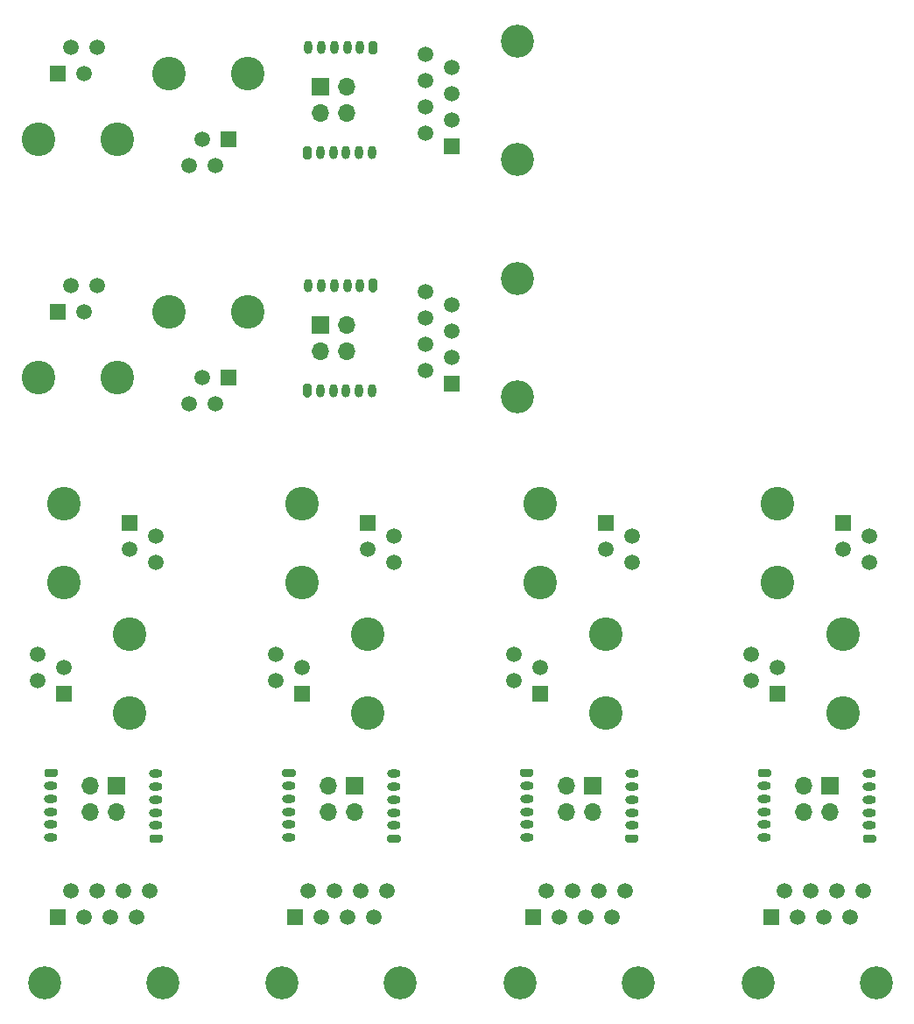
<source format=gts>
%MOIN*%
%OFA0B0*%
%FSLAX46Y46*%
%IPPOS*%
%LPD*%
%ADD10C,0.12598425196850396*%
%ADD11R,0.059055118110236227X0.059055118110236227*%
%ADD12C,0.059055118110236227*%
%ADD13R,0.066929133858267723X0.066929133858267723*%
%ADD14O,0.066929133858267723X0.066929133858267723*%
%ADD15O,0.051181102362204731X0.031496062992125991*%
%ADD16C,0.12795275590551181*%
%ADD17C,0.059842519685039376*%
%ADD18R,0.059842519685039376X0.059842519685039376*%
%ADD29C,0.12598425196850396*%
%ADD30R,0.059055118110236227X0.059055118110236227*%
%ADD31C,0.059055118110236227*%
%ADD32R,0.066929133858267723X0.066929133858267723*%
%ADD33O,0.066929133858267723X0.066929133858267723*%
%ADD34O,0.031496062992125991X0.051181102362204731*%
%ADD35C,0.12795275590551181*%
%ADD36C,0.059842519685039376*%
%ADD37R,0.059842519685039376X0.059842519685039376*%
%ADD38C,0.12598425196850396*%
%ADD39R,0.059055118110236227X0.059055118110236227*%
%ADD40C,0.059055118110236227*%
%ADD41R,0.066929133858267723X0.066929133858267723*%
%ADD42O,0.066929133858267723X0.066929133858267723*%
%ADD43O,0.031496062992125991X0.051181102362204731*%
%ADD44C,0.12795275590551181*%
%ADD45C,0.059842519685039376*%
%ADD46R,0.059842519685039376X0.059842519685039376*%
%ADD47C,0.12598425196850396*%
%ADD48R,0.059055118110236227X0.059055118110236227*%
%ADD49C,0.059055118110236227*%
%ADD50R,0.066929133858267723X0.066929133858267723*%
%ADD51O,0.066929133858267723X0.066929133858267723*%
%ADD52O,0.051181102362204731X0.031496062992125991*%
%ADD53C,0.12795275590551181*%
%ADD54C,0.059842519685039376*%
%ADD55R,0.059842519685039376X0.059842519685039376*%
%ADD56C,0.12598425196850396*%
%ADD57R,0.059055118110236227X0.059055118110236227*%
%ADD58C,0.059055118110236227*%
%ADD59R,0.066929133858267723X0.066929133858267723*%
%ADD60O,0.066929133858267723X0.066929133858267723*%
%ADD61O,0.051181102362204731X0.031496062992125991*%
%ADD62C,0.12795275590551181*%
%ADD63C,0.059842519685039376*%
%ADD64R,0.059842519685039376X0.059842519685039376*%
%ADD65C,0.12598425196850396*%
%ADD66R,0.059055118110236227X0.059055118110236227*%
%ADD67C,0.059055118110236227*%
%ADD68R,0.066929133858267723X0.066929133858267723*%
%ADD69O,0.066929133858267723X0.066929133858267723*%
%ADD70O,0.051181102362204731X0.031496062992125991*%
%ADD71C,0.12795275590551181*%
%ADD72C,0.059842519685039376*%
%ADD73R,0.059842519685039376X0.059842519685039376*%
G01*
D10*
X-0004400000Y0006200000D02*
X0000625000Y0000150000D03*
X0000174999Y0000150000D03*
D11*
X0000224999Y0000400000D03*
D12*
X0000274999Y0000500000D03*
X0000324999Y0000400000D03*
X0000374999Y0000500000D03*
X0000425000Y0000400000D03*
X0000474999Y0000500000D03*
X0000524999Y0000400000D03*
X0000574999Y0000500000D03*
D13*
X0000449999Y0000900000D03*
D14*
X0000350000Y0000900000D03*
X0000449999Y0000800000D03*
X0000350000Y0000800000D03*
G36*
G01*
X0000182283Y0000965748D02*
X0000217716Y0000965748D01*
G75*
G02*
X0000225590Y0000957874J-0000007874D01*
G01*
X0000225590Y0000942125D01*
G75*
G02*
X0000217716Y0000934251I-0000007874D01*
G01*
X0000182283Y0000934251D01*
G75*
G02*
X0000174409Y0000942125J0000007874D01*
G01*
X0000174409Y0000957874D01*
G75*
G02*
X0000182283Y0000965748I0000007874D01*
G01*
G37*
D15*
X0000199999Y0000900787D03*
X0000199999Y0000851574D03*
X0000199999Y0000802362D03*
X0000199999Y0000753149D03*
X0000199999Y0000703937D03*
X0000599999Y0000946062D03*
X0000599999Y0000896850D03*
X0000599999Y0000847637D03*
X0000599999Y0000798425D03*
X0000599999Y0000749212D03*
G36*
G01*
X0000617716Y0000684251D02*
X0000582283Y0000684251D01*
G75*
G02*
X0000574409Y0000692125J0000007874D01*
G01*
X0000574409Y0000707874D01*
G75*
G02*
X0000582283Y0000715748I0000007874D01*
G01*
X0000617716Y0000715748D01*
G75*
G02*
X0000625590Y0000707874J-0000007874D01*
G01*
X0000625590Y0000692125D01*
G75*
G02*
X0000617716Y0000684251I-0000007874D01*
G01*
G37*
D16*
X0000249999Y0001673228D03*
D17*
X0000599999Y0001750000D03*
X0000499999Y0001800000D03*
X0000599999Y0001850000D03*
D16*
X0000249999Y0001973228D03*
D18*
X0000499999Y0001900000D03*
X0000249999Y0001250000D03*
D16*
X0000499999Y0001176771D03*
D17*
X0000149999Y0001300000D03*
X0000249999Y0001350000D03*
X0000149999Y0001400000D03*
D16*
X0000499999Y0001476771D03*
G04 next file*
G04 #@! TF.GenerationSoftware,KiCad,Pcbnew,(5.1.10)-1*
G04 #@! TF.CreationDate,2021-10-24T19:52:58-07:00*
G04 #@! TF.ProjectId,project,70726f6a-6563-4742-9e6b-696361645f70,rev?*
G04 #@! TF.SameCoordinates,Original*
G04 #@! TF.FileFunction,Soldermask,Top*
G04 #@! TF.FilePolarity,Negative*
G04 Gerber Fmt 4.6, Leading zero omitted, Abs format (unit mm)*
G04 Created by KiCad (PCBNEW (5.1.10)-1) date 2021-10-24 19:52:58*
G01*
G04 APERTURE LIST*
G04 APERTURE END LIST*
D29*
X-0004074015Y-0002195275D02*
X0001975984Y0002829724D03*
X0001975984Y0002379724D03*
D30*
X0001725984Y0002429724D03*
D31*
X0001625984Y0002479724D03*
X0001725984Y0002529724D03*
X0001625984Y0002579724D03*
X0001725984Y0002629724D03*
X0001625984Y0002679724D03*
X0001725984Y0002729724D03*
X0001625984Y0002779724D03*
D32*
X0001225984Y0002654724D03*
D33*
X0001225984Y0002554724D03*
X0001325984Y0002654724D03*
X0001325984Y0002554724D03*
G36*
G01*
X0001160236Y0002387007D02*
X0001160236Y0002422440D01*
G75*
G02*
X0001168110Y0002430314I0000007874D01*
G01*
X0001183858Y0002430314D01*
G75*
G02*
X0001191732Y0002422440J-0000007874D01*
G01*
X0001191732Y0002387007D01*
G75*
G02*
X0001183858Y0002379133I-0000007874D01*
G01*
X0001168110Y0002379133D01*
G75*
G02*
X0001160236Y0002387007J0000007874D01*
G01*
G37*
D34*
X0001225197Y0002404724D03*
X0001274409Y0002404724D03*
X0001323622Y0002404724D03*
X0001372834Y0002404724D03*
X0001422047Y0002404724D03*
X0001179921Y0002804724D03*
X0001229134Y0002804724D03*
X0001278346Y0002804724D03*
X0001327559Y0002804724D03*
X0001376771Y0002804724D03*
G36*
G01*
X0001441732Y0002822440D02*
X0001441732Y0002787007D01*
G75*
G02*
X0001433858Y0002779133I-0000007874D01*
G01*
X0001418110Y0002779133D01*
G75*
G02*
X0001410236Y0002787007J0000007874D01*
G01*
X0001410236Y0002822440D01*
G75*
G02*
X0001418110Y0002830314I0000007874D01*
G01*
X0001433858Y0002830314D01*
G75*
G02*
X0001441732Y0002822440J-0000007874D01*
G01*
G37*
D35*
X0000452756Y0002454724D03*
D36*
X0000375984Y0002804724D03*
X0000325984Y0002704724D03*
X0000275984Y0002804724D03*
D35*
X0000152756Y0002454724D03*
D37*
X0000225984Y0002704724D03*
X0000875984Y0002454724D03*
D35*
X0000949212Y0002704724D03*
D36*
X0000825984Y0002354724D03*
X0000775984Y0002454724D03*
X0000725984Y0002354724D03*
D35*
X0000649212Y0002704724D03*
G04 next file*
G04 #@! TF.GenerationSoftware,KiCad,Pcbnew,(5.1.10)-1*
G04 #@! TF.CreationDate,2021-10-24T19:52:58-07:00*
G04 #@! TF.ProjectId,project,70726f6a-6563-4742-9e6b-696361645f70,rev?*
G04 #@! TF.SameCoordinates,Original*
G04 #@! TF.FileFunction,Soldermask,Top*
G04 #@! TF.FilePolarity,Negative*
G04 Gerber Fmt 4.6, Leading zero omitted, Abs format (unit mm)*
G04 Created by KiCad (PCBNEW (5.1.10)-1) date 2021-10-24 19:52:58*
G01*
G04 APERTURE LIST*
G04 APERTURE END LIST*
D38*
X-0004074015Y-0001289763D02*
X0001975984Y0003735236D03*
X0001975984Y0003285236D03*
D39*
X0001725984Y0003335236D03*
D40*
X0001625984Y0003385236D03*
X0001725984Y0003435236D03*
X0001625984Y0003485236D03*
X0001725984Y0003535236D03*
X0001625984Y0003585236D03*
X0001725984Y0003635236D03*
X0001625984Y0003685236D03*
D41*
X0001225984Y0003560236D03*
D42*
X0001225984Y0003460236D03*
X0001325984Y0003560236D03*
X0001325984Y0003460236D03*
G36*
G01*
X0001160236Y0003292519D02*
X0001160236Y0003327952D01*
G75*
G02*
X0001168110Y0003335826I0000007874D01*
G01*
X0001183858Y0003335826D01*
G75*
G02*
X0001191732Y0003327952J-0000007874D01*
G01*
X0001191732Y0003292519D01*
G75*
G02*
X0001183858Y0003284645I-0000007874D01*
G01*
X0001168110Y0003284645D01*
G75*
G02*
X0001160236Y0003292519J0000007874D01*
G01*
G37*
D43*
X0001225197Y0003310236D03*
X0001274409Y0003310236D03*
X0001323622Y0003310236D03*
X0001372834Y0003310236D03*
X0001422047Y0003310236D03*
X0001179921Y0003710236D03*
X0001229134Y0003710236D03*
X0001278346Y0003710236D03*
X0001327559Y0003710236D03*
X0001376771Y0003710236D03*
G36*
G01*
X0001441732Y0003727952D02*
X0001441732Y0003692519D01*
G75*
G02*
X0001433858Y0003684645I-0000007874D01*
G01*
X0001418110Y0003684645D01*
G75*
G02*
X0001410236Y0003692519J0000007874D01*
G01*
X0001410236Y0003727952D01*
G75*
G02*
X0001418110Y0003735826I0000007874D01*
G01*
X0001433858Y0003735826D01*
G75*
G02*
X0001441732Y0003727952J-0000007874D01*
G01*
G37*
D44*
X0000452756Y0003360236D03*
D45*
X0000375984Y0003710236D03*
X0000325984Y0003610236D03*
X0000275984Y0003710236D03*
D44*
X0000152756Y0003360236D03*
D46*
X0000225984Y0003610236D03*
X0000875984Y0003360236D03*
D44*
X0000949212Y0003610236D03*
D45*
X0000825984Y0003260236D03*
X0000775984Y0003360236D03*
X0000725984Y0003260236D03*
D44*
X0000649212Y0003610236D03*
G04 next file*
G04 #@! TF.GenerationSoftware,KiCad,Pcbnew,(5.1.10)-1*
G04 #@! TF.CreationDate,2021-10-24T19:52:58-07:00*
G04 #@! TF.ProjectId,project,70726f6a-6563-4742-9e6b-696361645f70,rev?*
G04 #@! TF.SameCoordinates,Original*
G04 #@! TF.FileFunction,Soldermask,Top*
G04 #@! TF.FilePolarity,Negative*
G04 Gerber Fmt 4.6, Leading zero omitted, Abs format (unit mm)*
G04 Created by KiCad (PCBNEW (5.1.10)-1) date 2021-10-24 19:52:58*
G01*
G04 APERTURE LIST*
G04 APERTURE END LIST*
D47*
X-0003494488Y0006200000D02*
X0001530511Y0000150000D03*
X0001080511Y0000150000D03*
D48*
X0001130511Y0000400000D03*
D49*
X0001180511Y0000500000D03*
X0001230511Y0000400000D03*
X0001280511Y0000500000D03*
X0001330511Y0000400000D03*
X0001380511Y0000500000D03*
X0001430511Y0000400000D03*
X0001480511Y0000500000D03*
D50*
X0001355511Y0000900000D03*
D51*
X0001255511Y0000900000D03*
X0001355511Y0000800000D03*
X0001255511Y0000800000D03*
G36*
G01*
X0001087795Y0000965748D02*
X0001123228Y0000965748D01*
G75*
G02*
X0001131102Y0000957874J-0000007874D01*
G01*
X0001131102Y0000942125D01*
G75*
G02*
X0001123228Y0000934251I-0000007874D01*
G01*
X0001087795Y0000934251D01*
G75*
G02*
X0001079921Y0000942125J0000007874D01*
G01*
X0001079921Y0000957874D01*
G75*
G02*
X0001087795Y0000965748I0000007874D01*
G01*
G37*
D52*
X0001105511Y0000900787D03*
X0001105511Y0000851574D03*
X0001105511Y0000802362D03*
X0001105511Y0000753149D03*
X0001105511Y0000703937D03*
X0001505511Y0000946062D03*
X0001505511Y0000896850D03*
X0001505511Y0000847637D03*
X0001505511Y0000798425D03*
X0001505511Y0000749212D03*
G36*
G01*
X0001523228Y0000684251D02*
X0001487795Y0000684251D01*
G75*
G02*
X0001479921Y0000692125J0000007874D01*
G01*
X0001479921Y0000707874D01*
G75*
G02*
X0001487795Y0000715748I0000007874D01*
G01*
X0001523228Y0000715748D01*
G75*
G02*
X0001531102Y0000707874J-0000007874D01*
G01*
X0001531102Y0000692125D01*
G75*
G02*
X0001523228Y0000684251I-0000007874D01*
G01*
G37*
D53*
X0001155511Y0001673228D03*
D54*
X0001505511Y0001750000D03*
X0001405511Y0001800000D03*
X0001505511Y0001850000D03*
D53*
X0001155511Y0001973228D03*
D55*
X0001405511Y0001900000D03*
X0001155511Y0001250000D03*
D53*
X0001405511Y0001176771D03*
D54*
X0001055511Y0001300000D03*
X0001155511Y0001350000D03*
X0001055511Y0001400000D03*
D53*
X0001405511Y0001476771D03*
G04 next file*
G04 #@! TF.GenerationSoftware,KiCad,Pcbnew,(5.1.10)-1*
G04 #@! TF.CreationDate,2021-10-24T19:52:58-07:00*
G04 #@! TF.ProjectId,project,70726f6a-6563-4742-9e6b-696361645f70,rev?*
G04 #@! TF.SameCoordinates,Original*
G04 #@! TF.FileFunction,Soldermask,Top*
G04 #@! TF.FilePolarity,Negative*
G04 Gerber Fmt 4.6, Leading zero omitted, Abs format (unit mm)*
G04 Created by KiCad (PCBNEW (5.1.10)-1) date 2021-10-24 19:52:58*
G01*
G04 APERTURE LIST*
G04 APERTURE END LIST*
D56*
X-0002588976Y0006200000D02*
X0002436023Y0000150000D03*
X0001986023Y0000150000D03*
D57*
X0002036023Y0000400000D03*
D58*
X0002086023Y0000500000D03*
X0002136023Y0000400000D03*
X0002186023Y0000500000D03*
X0002236023Y0000400000D03*
X0002286023Y0000500000D03*
X0002336023Y0000400000D03*
X0002386023Y0000500000D03*
D59*
X0002261023Y0000900000D03*
D60*
X0002161023Y0000900000D03*
X0002261023Y0000800000D03*
X0002161023Y0000800000D03*
G36*
G01*
X0001993307Y0000965748D02*
X0002028740Y0000965748D01*
G75*
G02*
X0002036614Y0000957874J-0000007874D01*
G01*
X0002036614Y0000942125D01*
G75*
G02*
X0002028740Y0000934251I-0000007874D01*
G01*
X0001993307Y0000934251D01*
G75*
G02*
X0001985433Y0000942125J0000007874D01*
G01*
X0001985433Y0000957874D01*
G75*
G02*
X0001993307Y0000965748I0000007874D01*
G01*
G37*
D61*
X0002011023Y0000900787D03*
X0002011023Y0000851574D03*
X0002011023Y0000802362D03*
X0002011023Y0000753149D03*
X0002011023Y0000703937D03*
X0002411023Y0000946062D03*
X0002411023Y0000896850D03*
X0002411023Y0000847637D03*
X0002411023Y0000798425D03*
X0002411023Y0000749212D03*
G36*
G01*
X0002428740Y0000684251D02*
X0002393307Y0000684251D01*
G75*
G02*
X0002385433Y0000692125J0000007874D01*
G01*
X0002385433Y0000707874D01*
G75*
G02*
X0002393307Y0000715748I0000007874D01*
G01*
X0002428740Y0000715748D01*
G75*
G02*
X0002436614Y0000707874J-0000007874D01*
G01*
X0002436614Y0000692125D01*
G75*
G02*
X0002428740Y0000684251I-0000007874D01*
G01*
G37*
D62*
X0002061023Y0001673228D03*
D63*
X0002411023Y0001750000D03*
X0002311023Y0001800000D03*
X0002411023Y0001850000D03*
D62*
X0002061023Y0001973228D03*
D64*
X0002311023Y0001900000D03*
X0002061023Y0001250000D03*
D62*
X0002311023Y0001176771D03*
D63*
X0001961023Y0001300000D03*
X0002061023Y0001350000D03*
X0001961023Y0001400000D03*
D62*
X0002311023Y0001476771D03*
G04 next file*
G04 #@! TF.GenerationSoftware,KiCad,Pcbnew,(5.1.10)-1*
G04 #@! TF.CreationDate,2021-10-24T19:52:58-07:00*
G04 #@! TF.ProjectId,project,70726f6a-6563-4742-9e6b-696361645f70,rev?*
G04 #@! TF.SameCoordinates,Original*
G04 #@! TF.FileFunction,Soldermask,Top*
G04 #@! TF.FilePolarity,Negative*
G04 Gerber Fmt 4.6, Leading zero omitted, Abs format (unit mm)*
G04 Created by KiCad (PCBNEW (5.1.10)-1) date 2021-10-24 19:52:58*
G01*
G04 APERTURE LIST*
G04 APERTURE END LIST*
D65*
X-0001683464Y0006200000D02*
X0003341535Y0000150000D03*
X0002891535Y0000150000D03*
D66*
X0002941535Y0000400000D03*
D67*
X0002991535Y0000500000D03*
X0003041535Y0000400000D03*
X0003091535Y0000500000D03*
X0003141535Y0000400000D03*
X0003191535Y0000500000D03*
X0003241535Y0000400000D03*
X0003291535Y0000500000D03*
D68*
X0003166535Y0000900000D03*
D69*
X0003066535Y0000900000D03*
X0003166535Y0000800000D03*
X0003066535Y0000800000D03*
G36*
G01*
X0002898818Y0000965748D02*
X0002934251Y0000965748D01*
G75*
G02*
X0002942125Y0000957874J-0000007874D01*
G01*
X0002942125Y0000942125D01*
G75*
G02*
X0002934251Y0000934251I-0000007874D01*
G01*
X0002898818Y0000934251D01*
G75*
G02*
X0002890944Y0000942125J0000007874D01*
G01*
X0002890944Y0000957874D01*
G75*
G02*
X0002898818Y0000965748I0000007874D01*
G01*
G37*
D70*
X0002916535Y0000900787D03*
X0002916535Y0000851574D03*
X0002916535Y0000802362D03*
X0002916535Y0000753149D03*
X0002916535Y0000703937D03*
X0003316535Y0000946062D03*
X0003316535Y0000896850D03*
X0003316535Y0000847637D03*
X0003316535Y0000798425D03*
X0003316535Y0000749212D03*
G36*
G01*
X0003334251Y0000684251D02*
X0003298818Y0000684251D01*
G75*
G02*
X0003290944Y0000692125J0000007874D01*
G01*
X0003290944Y0000707874D01*
G75*
G02*
X0003298818Y0000715748I0000007874D01*
G01*
X0003334251Y0000715748D01*
G75*
G02*
X0003342125Y0000707874J-0000007874D01*
G01*
X0003342125Y0000692125D01*
G75*
G02*
X0003334251Y0000684251I-0000007874D01*
G01*
G37*
D71*
X0002966535Y0001673228D03*
D72*
X0003316535Y0001750000D03*
X0003216535Y0001800000D03*
X0003316535Y0001850000D03*
D71*
X0002966535Y0001973228D03*
D73*
X0003216535Y0001900000D03*
X0002966535Y0001250000D03*
D71*
X0003216535Y0001176771D03*
D72*
X0002866535Y0001300000D03*
X0002966535Y0001350000D03*
X0002866535Y0001400000D03*
D71*
X0003216535Y0001476771D03*
M02*
</source>
